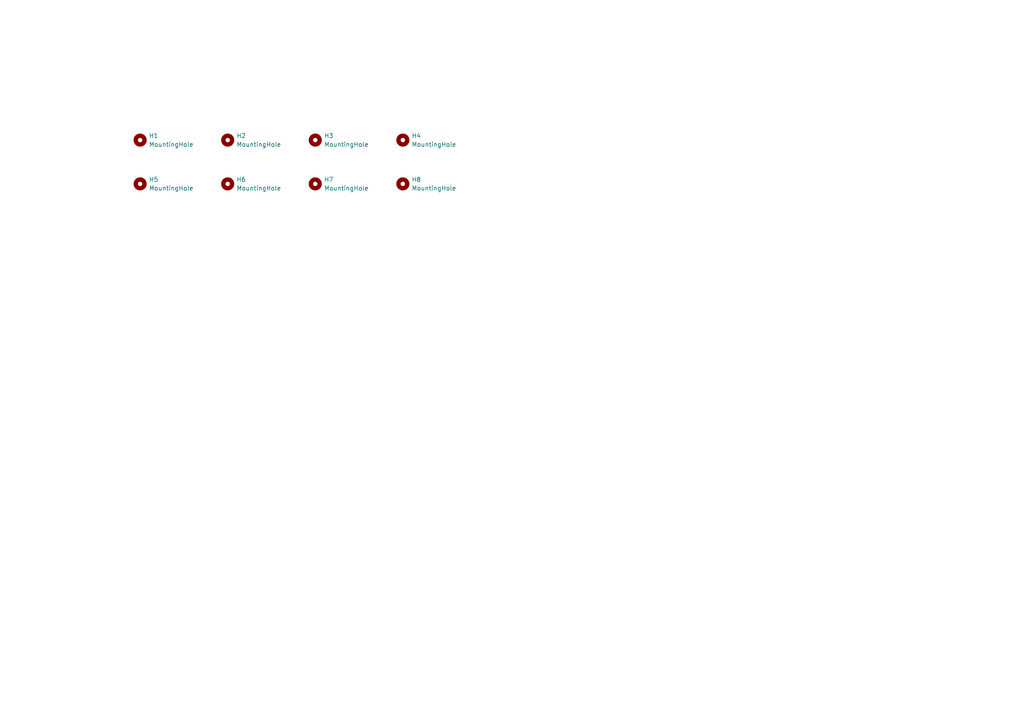
<source format=kicad_sch>
(kicad_sch (version 20211123) (generator eeschema)
  (paper "A4")
  (lib_symbols
    (symbol "Mechanical:MountingHole" (pin_names (offset 1.016))
      (property "Reference" "H" (at 0 5.08 0))
      (property "Value" "MountingHole" (at 0 3.175 0))
      (symbol "MountingHole_0_1"
        (circle (center 0 0) (radius 1.27) (stroke (width 1.27)))
      )
    )
  )
  (symbol (lib_id "Mechanical:MountingHole") (at 91.44 40.64 0) (unit 1)
    (property "Reference" "H3" (at 93.98 39.3699 0) (effects (justify left)))
    (property "Value" "MountingHole" (at 93.98 41.9099 0) (effects (justify left)))
    (property "Footprint" "keeb-parts:M2_ScrewHole" (effects hide))
  )
  (symbol (lib_id "Mechanical:MountingHole") (at 40.64 40.64 0) (unit 1)
    (property "Reference" "H1" (at 43.18 39.3699 0) (effects (justify left)))
    (property "Value" "MountingHole" (at 43.18 41.9099 0) (effects (justify left)))
    (property "Footprint" "keeb-parts:M2_ScrewHole" (effects hide))
  )
  (symbol (lib_id "Mechanical:MountingHole") (at 116.84 40.64 0) (unit 1)
    (property "Reference" "H4" (at 119.38 39.3699 0) (effects (justify left)))
    (property "Value" "MountingHole" (at 119.38 41.9099 0) (effects (justify left)))
    (property "Footprint" "keeb-parts:M2_ScrewHole" (effects hide))
  )
  (symbol (lib_id "Mechanical:MountingHole") (at 66.04 53.34 0) (unit 1)
    (property "Reference" "H6" (at 68.58 52.0699 0) (effects (justify left)))
    (property "Value" "MountingHole" (at 68.58 54.6099 0) (effects (justify left)))
    (property "Footprint" "keeb-parts:M2_ScrewHole" (effects hide))
  )
  (symbol (lib_id "Mechanical:MountingHole") (at 116.84 53.34 0) (unit 1)
    (property "Reference" "H8" (at 119.38 52.0699 0) (effects (justify left)))
    (property "Value" "MountingHole" (at 119.38 54.6099 0) (effects (justify left)))
    (property "Footprint" "keeb-parts:M2_ScrewHole" (effects hide))
  )
  (symbol (lib_id "Mechanical:MountingHole") (at 40.64 53.34 0) (unit 1)
    (property "Reference" "H5" (at 43.18 52.0699 0) (effects (justify left)))
    (property "Value" "MountingHole" (at 43.18 54.6099 0) (effects (justify left)))
    (property "Footprint" "keeb-parts:M2_ScrewHole" (effects hide))
  )
  (symbol (lib_id "Mechanical:MountingHole") (at 91.44 53.34 0) (unit 1)
    (property "Reference" "H7" (at 93.98 52.0699 0) (effects (justify left)))
    (property "Value" "MountingHole" (at 93.98 54.6099 0) (effects (justify left)))
    (property "Footprint" "keeb-parts:M2_ScrewHole" (effects hide))
  )
  (symbol (lib_id "Mechanical:MountingHole") (at 66.04 40.64 0) (unit 1)
    (property "Reference" "H2" (at 68.58 39.3699 0) (effects (justify left)))
    (property "Value" "MountingHole" (at 68.58 41.9099 0) (effects (justify left)))
    (property "Footprint" "keeb-parts:M2_ScrewHole" (effects hide))
  )
)
</source>
